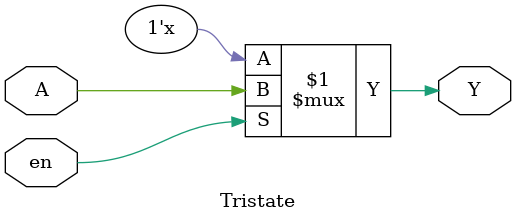
<source format=v>
module Tristate (A, en, Y);

// Signals.
input A, en;
output Y;

// -- Raw Logic -- //

// Core tristate- requires non-digital logic to implement.
assign Y = (en) ? A : 1'bz;

endmodule

</source>
